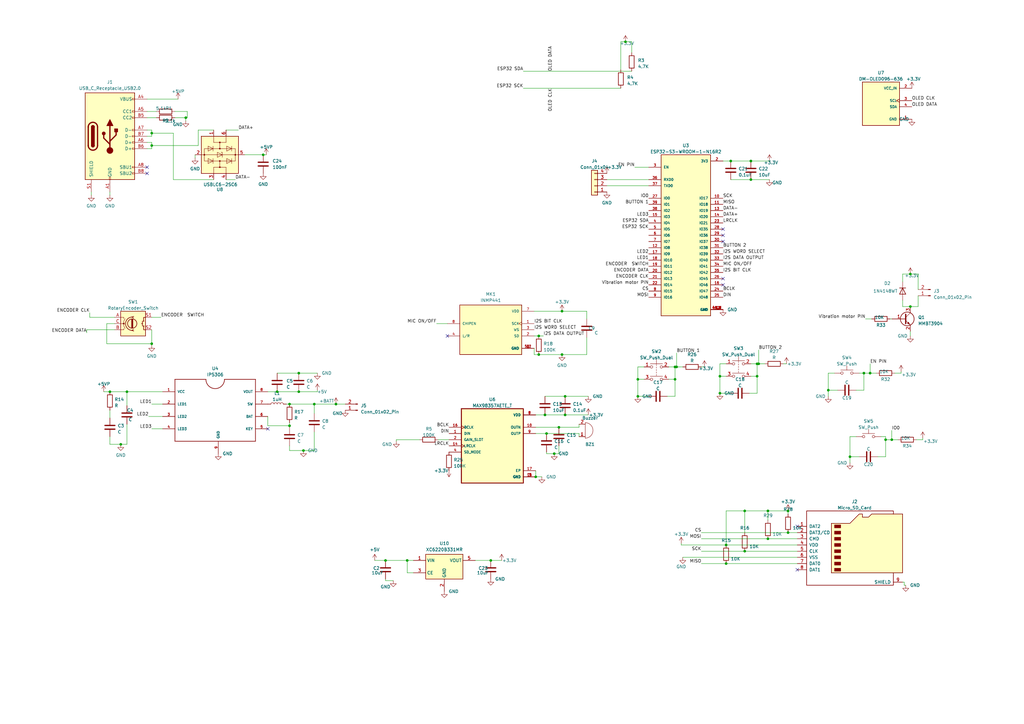
<source format=kicad_sch>
(kicad_sch (version 20250114) (generator "eeschema") (generator_version "9.0")
  (paper "A3")
  (junction (at 256.54 17.145))
  (junction (at 373.38 112.395))
  (junction (at 128.905 165.735))
  (junction (at 276.86 150.495))
  (junction (at 307.975 66.04))
  (junction (at 261.62 162.56))
  (junction (at 158.115 229.87))
  (junction (at 299.72 66.04))
  (junction (at 118.745 174.625))
  (junction (at 220.98 137.795))
  (junction (at 62.23 59.69))
  (junction (at 230.505 145.415))
  (junction (at 62.23 54.61))
  (junction (at 219.71 195.58))
  (junction (at 201.295 229.87))
  (junction (at 348.615 187.325))
  (junction (at 323.215 209.55))
  (junction (at 365.76 180.34))
  (junction (at 310.515 154.305))
  (junction (at 310.515 149.225))
  (junction (at 231.775 162.56))
  (junction (at 305.435 226.06))
  (junction (at 229.235 175.26))
  (junction (at 297.815 231.14))
  (junction (at 224.155 177.8))
  (junction (at 295.275 154.305))
  (junction (at 113.665 160.655))
  (junction (at 277.495 150.495))
  (junction (at 231.775 170.18))
  (junction (at 276.86 155.575))
  (junction (at 62.23 140.97))
  (junction (at 261.62 155.575))
  (junction (at 305.435 209.55))
  (junction (at 122.555 160.655))
  (junction (at 297.815 223.52))
  (junction (at 124.46 184.785))
  (junction (at 373.38 125.73))
  (junction (at 356.87 153.035))
  (junction (at 311.15 149.225))
  (junction (at 45.085 160.655))
  (junction (at 227.33 186.055))
  (junction (at 230.505 127.635))
  (junction (at 307.975 73.66))
  (junction (at 220.98 145.415))
  (junction (at 76.2 48.26))
  (junction (at 122.555 153.035))
  (junction (at 137.795 165.735))
  (junction (at 354.33 153.035))
  (junction (at 49.53 182.245))
  (junction (at 339.725 160.02))
  (junction (at 118.745 165.735))
  (junction (at 323.215 218.44))
  (junction (at 314.96 220.98))
  (junction (at 295.275 161.29))
  (junction (at 107.95 63.5))
  (junction (at 363.22 180.34))
  (junction (at 223.52 170.18))
  (junction (at 314.96 209.55))
  (junction (at 52.07 160.655))
  (junction (at 167.005 229.87))
  (no_connect (at 296.545 114.3))
  (no_connect (at 296.545 96.52))
  (no_connect (at 296.545 99.06))
  (no_connect (at 60.325 68.58))
  (no_connect (at 109.855 175.895))
  (no_connect (at 296.545 93.98))
  (no_connect (at 327.025 215.9))
  (no_connect (at 60.325 71.12))
  (no_connect (at 327.025 233.68))
  (no_connect (at 183.515 137.795))
  (no_connect (at 296.545 116.84))
  (wire (pts (xy 60.325 58.42) (xy 62.23 58.42)))
  (wire (pts (xy 117.475 165.735) (xy 118.745 165.735)))
  (wire (pts (xy 35.56 135.255) (xy 46.99 135.255)))
  (wire (pts (xy 109.855 160.655) (xy 113.665 160.655)))
  (wire (pts (xy 214.63 36.195) (xy 254.635 36.195)))
  (wire (pts (xy 224.155 185.42) (xy 224.155 186.055)))
  (wire (pts (xy 261.62 155.575) (xy 264.16 155.575)))
  (wire (pts (xy 240.665 127.635) (xy 240.665 130.81)))
  (wire (pts (xy 256.54 17.145) (xy 259.08 17.145)))
  (wire (pts (xy 231.775 162.56) (xy 241.3 162.56)))
  (wire (pts (xy 363.22 187.325) (xy 363.22 180.34)))
  (wire (pts (xy 219.075 145.415) (xy 220.98 145.415)))
  (wire (pts (xy 371.475 240.03) (xy 370.84 240.03)))
  (wire (pts (xy 37.465 78.74) (xy 37.465 80.01)))
  (wire (pts (xy 137.795 165.735) (xy 141.605 165.735)))
  (wire (pts (xy 248.92 76.2) (xy 266.065 76.2)))
  (wire (pts (xy 351.155 160.02) (xy 354.33 160.02)))
  (wire (pts (xy 45.085 78.74) (xy 45.085 80.01)))
  (wire (pts (xy 237.49 173.99) (xy 237.49 175.26)))
  (wire (pts (xy 76.2 48.26) (xy 76.835 48.26)))
  (wire (pts (xy 351.155 179.07) (xy 348.615 179.07)))
  (wire (pts (xy 261.62 155.575) (xy 261.62 150.495)))
  (wire (pts (xy 254.635 28.575) (xy 254.635 17.145)))
  (wire (pts (xy 287.655 226.06) (xy 305.435 226.06)))
  (wire (pts (xy 276.86 155.575) (xy 276.86 162.56)))
  (wire (pts (xy 310.515 149.225) (xy 310.515 154.305)))
  (wire (pts (xy 229.235 186.055) (xy 229.235 182.88)))
  (wire (pts (xy 311.15 143.51) (xy 311.15 149.225)))
  (wire (pts (xy 224.155 186.055) (xy 227.33 186.055)))
  (wire (pts (xy 295.275 161.29) (xy 295.275 154.305)))
  (wire (pts (xy 237.49 177.8) (xy 237.49 179.07)))
  (wire (pts (xy 52.07 182.245) (xy 52.07 173.99)))
  (wire (pts (xy 260.35 68.58) (xy 266.065 68.58)))
  (wire (pts (xy 45.085 179.07) (xy 45.085 182.245)))
  (wire (pts (xy 153.67 229.87) (xy 158.115 229.87)))
  (wire (pts (xy 274.32 150.495) (xy 276.86 150.495)))
  (wire (pts (xy 227.33 186.055) (xy 229.235 186.055)))
  (wire (pts (xy 295.275 154.305) (xy 297.815 154.305)))
  (wire (pts (xy 297.815 223.52) (xy 297.815 209.55)))
  (wire (pts (xy 113.665 160.655) (xy 122.555 160.655)))
  (wire (pts (xy 66.04 130.175) (xy 62.23 130.175)))
  (wire (pts (xy 118.745 182.88) (xy 118.745 184.785)))
  (wire (pts (xy 109.855 170.815) (xy 109.855 174.625)))
  (wire (pts (xy 297.815 223.52) (xy 327.025 223.52)))
  (wire (pts (xy 297.815 231.14) (xy 327.025 231.14)))
  (wire (pts (xy 36.83 130.175) (xy 46.99 130.175)))
  (wire (pts (xy 49.53 182.245) (xy 52.07 182.245)))
  (wire (pts (xy 354.33 153.035) (xy 356.87 153.035)))
  (wire (pts (xy 71.12 73.66) (xy 71.12 54.61)))
  (wire (pts (xy 370.205 115.57) (xy 370.205 112.395)))
  (wire (pts (xy 219.71 177.8) (xy 224.155 177.8)))
  (wire (pts (xy 128.905 165.735) (xy 137.795 165.735)))
  (wire (pts (xy 370.205 125.73) (xy 373.38 125.73)))
  (wire (pts (xy 273.685 162.56) (xy 276.86 162.56)))
  (wire (pts (xy 261.62 162.56) (xy 261.62 155.575)))
  (wire (pts (xy 128.905 165.735) (xy 128.905 169.545)))
  (wire (pts (xy 307.975 66.04) (xy 315.595 66.04)))
  (wire (pts (xy 194.945 229.87) (xy 201.295 229.87)))
  (wire (pts (xy 167.005 229.87) (xy 169.545 229.87)))
  (wire (pts (xy 296.545 66.04) (xy 299.72 66.04)))
  (wire (pts (xy 222.885 137.795) (xy 220.98 137.795)))
  (wire (pts (xy 307.975 154.305) (xy 310.515 154.305)))
  (wire (pts (xy 46.99 132.715) (xy 43.815 132.715)))
  (wire (pts (xy 305.435 218.44) (xy 305.435 209.55)))
  (wire (pts (xy 230.505 127.635) (xy 240.665 127.635)))
  (wire (pts (xy 220.98 137.795) (xy 219.075 137.795)))
  (wire (pts (xy 100.33 63.5) (xy 107.95 63.5)))
  (wire (pts (xy 60.325 45.72) (xy 64.135 45.72)))
  (wire (pts (xy 365.76 176.53) (xy 365.76 180.34)))
  (wire (pts (xy 314.96 209.55) (xy 314.96 213.36)))
  (wire (pts (xy 179.07 132.715) (xy 183.515 132.715)))
  (wire (pts (xy 254.635 17.145) (xy 256.54 17.145)))
  (wire (pts (xy 314.96 209.55) (xy 323.215 209.55)))
  (wire (pts (xy 201.295 229.87) (xy 205.74 229.87)))
  (wire (pts (xy 52.07 160.655) (xy 52.07 166.37)))
  (wire (pts (xy 158.115 237.49) (xy 158.115 238.125)))
  (wire (pts (xy 361.315 179.07) (xy 363.22 179.07)))
  (wire (pts (xy 219.075 127.635) (xy 230.505 127.635)))
  (wire (pts (xy 307.34 161.29) (xy 310.515 161.29)))
  (wire (pts (xy 223.52 162.56) (xy 231.775 162.56)))
  (wire (pts (xy 259.08 17.145) (xy 259.08 21.59)))
  (wire (pts (xy 214.63 29.21) (xy 259.08 29.21)))
  (wire (pts (xy 76.2 48.26) (xy 76.2 49.53)))
  (wire (pts (xy 295.275 149.225) (xy 297.815 149.225)))
  (wire (pts (xy 36.83 128.27) (xy 36.83 130.175)))
  (wire (pts (xy 118.745 173.355) (xy 118.745 174.625)))
  (wire (pts (xy 342.265 153.035) (xy 339.725 153.035)))
  (wire (pts (xy 35.56 136.525) (xy 35.56 135.255)))
  (wire (pts (xy 219.71 195.58) (xy 222.25 195.58)))
  (wire (pts (xy 299.72 73.66) (xy 307.975 73.66)))
  (wire (pts (xy 231.775 170.18) (xy 241.3 170.18)))
  (wire (pts (xy 62.23 58.42) (xy 62.23 59.69)))
  (wire (pts (xy 219.71 175.26) (xy 229.235 175.26)))
  (wire (pts (xy 87.63 53.34) (xy 81.28 53.34)))
  (wire (pts (xy 365.76 180.34) (xy 368.3 180.34)))
  (wire (pts (xy 113.665 153.035) (xy 122.555 153.035)))
  (wire (pts (xy 378.46 180.34) (xy 375.92 180.34)))
  (wire (pts (xy 128.905 184.785) (xy 128.905 177.165)))
  (wire (pts (xy 378.46 179.705) (xy 378.46 180.34)))
  (wire (pts (xy 219.71 170.18) (xy 223.52 170.18)))
  (wire (pts (xy 287.655 150.495) (xy 288.925 150.495)))
  (wire (pts (xy 323.215 218.44) (xy 327.025 218.44)))
  (wire (pts (xy 323.215 209.55) (xy 323.215 210.82)))
  (wire (pts (xy 321.31 149.225) (xy 322.58 149.225)))
  (wire (pts (xy 62.23 59.69) (xy 62.23 60.96)))
  (wire (pts (xy 376.555 112.395) (xy 376.555 118.745)))
  (wire (pts (xy 363.22 179.07) (xy 363.22 180.34)))
  (wire (pts (xy 376.555 125.73) (xy 376.555 121.285)))
  (wire (pts (xy 310.515 149.225) (xy 311.15 149.225)))
  (wire (pts (xy 370.205 112.395) (xy 373.38 112.395)))
  (wire (pts (xy 62.23 54.61) (xy 71.12 54.61)))
  (wire (pts (xy 87.63 73.66) (xy 71.12 73.66)))
  (wire (pts (xy 365.125 130.81) (xy 365.76 130.81)))
  (wire (pts (xy 62.23 55.88) (xy 60.325 55.88)))
  (wire (pts (xy 240.665 145.415) (xy 240.665 138.43)))
  (wire (pts (xy 167.005 234.95) (xy 167.005 229.87)))
  (wire (pts (xy 43.815 132.715) (xy 43.815 140.97)))
  (wire (pts (xy 352.425 187.325) (xy 348.615 187.325)))
  (wire (pts (xy 80.01 63.5) (xy 80.01 64.77)))
  (wire (pts (xy 169.545 234.95) (xy 167.005 234.95)))
  (wire (pts (xy 219.71 193.04) (xy 219.71 195.58)))
  (wire (pts (xy 62.23 165.735) (xy 66.675 165.735)))
  (wire (pts (xy 356.87 149.225) (xy 356.87 153.035)))
  (wire (pts (xy 118.745 184.785) (xy 124.46 184.785)))
  (wire (pts (xy 343.535 160.02) (xy 339.725 160.02)))
  (wire (pts (xy 369.57 152.4) (xy 369.57 153.035)))
  (wire (pts (xy 310.515 154.305) (xy 310.515 161.29)))
  (wire (pts (xy 45.085 160.655) (xy 52.07 160.655)))
  (wire (pts (xy 109.855 174.625) (xy 118.745 174.625)))
  (wire (pts (xy 62.23 54.61) (xy 62.23 55.88)))
  (wire (pts (xy 287.655 220.98) (xy 314.96 220.98)))
  (wire (pts (xy 52.07 160.655) (xy 66.675 160.655)))
  (wire (pts (xy 229.235 175.26) (xy 237.49 175.26)))
  (wire (pts (xy 280.035 228.6) (xy 327.025 228.6)))
  (wire (pts (xy 279.4 223.52) (xy 297.815 223.52)))
  (wire (pts (xy 287.655 218.44) (xy 323.215 218.44)))
  (wire (pts (xy 118.745 174.625) (xy 118.745 175.26)))
  (wire (pts (xy 370.84 240.03) (xy 370.84 238.76)))
  (wire (pts (xy 279.4 222.885) (xy 279.4 223.52)))
  (wire (pts (xy 130.175 160.655) (xy 130.175 160.02)))
  (wire (pts (xy 43.815 140.97) (xy 62.23 140.97)))
  (wire (pts (xy 220.98 145.415) (xy 230.505 145.415)))
  (wire (pts (xy 62.23 140.97) (xy 62.23 141.605)))
  (wire (pts (xy 124.46 184.785) (xy 128.905 184.785)))
  (wire (pts (xy 348.615 189.865) (xy 348.615 187.325)))
  (wire (pts (xy 184.15 180.34) (xy 179.705 180.34)))
  (wire (pts (xy 62.23 59.69) (xy 81.28 59.69)))
  (wire (pts (xy 305.435 226.06) (xy 327.025 226.06)))
  (wire (pts (xy 42.545 160.655) (xy 45.085 160.655)))
  (wire (pts (xy 122.555 160.655) (xy 130.175 160.655)))
  (wire (pts (xy 299.72 66.04) (xy 307.975 66.04)))
  (wire (pts (xy 360.045 187.325) (xy 363.22 187.325)))
  (wire (pts (xy 224.155 177.8) (xy 237.49 177.8)))
  (wire (pts (xy 314.96 220.98) (xy 327.025 220.98)))
  (wire (pts (xy 92.71 73.66) (xy 96.52 73.66)))
  (wire (pts (xy 305.435 209.55) (xy 314.96 209.55)))
  (wire (pts (xy 363.22 180.34) (xy 365.76 180.34)))
  (wire (pts (xy 62.23 135.255) (xy 62.23 140.97)))
  (wire (pts (xy 45.085 168.275) (xy 45.085 171.45)))
  (wire (pts (xy 354.33 160.02) (xy 354.33 153.035)))
  (wire (pts (xy 297.815 209.55) (xy 305.435 209.55)))
  (wire (pts (xy 373.38 112.395) (xy 376.555 112.395)))
  (wire (pts (xy 295.275 161.29) (xy 299.72 161.29)))
  (wire (pts (xy 81.28 53.34) (xy 81.28 59.69)))
  (wire (pts (xy 172.085 180.34) (xy 162.56 180.34)))
  (wire (pts (xy 162.56 180.34) (xy 162.56 180.975)))
  (wire (pts (xy 354.965 130.81) (xy 357.505 130.81)))
  (wire (pts (xy 348.615 179.07) (xy 348.615 187.325)))
  (wire (pts (xy 370.84 238.76) (xy 370.205 238.76)))
  (wire (pts (xy 261.62 162.56) (xy 266.065 162.56)))
  (wire (pts (xy 223.52 170.18) (xy 231.775 170.18)))
  (wire (pts (xy 62.23 175.895) (xy 66.675 175.895)))
  (wire (pts (xy 71.755 48.26) (xy 76.2 48.26)))
  (wire (pts (xy 76.835 48.26) (xy 76.835 45.72)))
  (wire (pts (xy 339.725 153.035) (xy 339.725 160.02)))
  (wire (pts (xy 45.085 182.245) (xy 49.53 182.245)))
  (wire (pts (xy 307.975 73.66) (xy 315.595 73.66)))
  (wire (pts (xy 118.745 165.735) (xy 128.905 165.735)))
  (wire (pts (xy 261.62 150.495) (xy 264.16 150.495)))
  (wire (pts (xy 219.075 145.415) (xy 219.075 142.875)))
  (wire (pts (xy 122.555 153.035) (xy 130.175 153.035)))
  (wire (pts (xy 295.275 154.305) (xy 295.275 149.225)))
  (wire (pts (xy 370.205 123.19) (xy 370.205 125.73)))
  (wire (pts (xy 373.38 125.73) (xy 376.555 125.73)))
  (wire (pts (xy 277.495 144.78) (xy 277.495 150.495)))
  (wire (pts (xy 158.115 229.87) (xy 167.005 229.87)))
  (wire (pts (xy 276.86 150.495) (xy 277.495 150.495)))
  (wire (pts (xy 76.835 45.72) (xy 71.755 45.72)))
  (wire (pts (xy 311.15 149.225) (xy 313.69 149.225)))
  (wire (pts (xy 107.95 63.5) (xy 109.22 63.5)))
  (wire (pts (xy 307.975 149.225) (xy 310.515 149.225)))
  (wire (pts (xy 60.325 40.64) (xy 73.025 40.64)))
  (wire (pts (xy 369.57 153.035) (xy 367.03 153.035)))
  (wire (pts (xy 92.71 53.34) (xy 97.79 53.34)))
  (wire (pts (xy 248.92 73.66) (xy 266.065 73.66)))
  (wire (pts (xy 352.425 153.035) (xy 354.33 153.035)))
  (wire (pts (xy 60.96 170.815) (xy 66.675 170.815)))
  (wire (pts (xy 277.495 150.495) (xy 280.035 150.495)))
  (wire (pts (xy 158.115 238.125) (xy 161.29 238.125)))
  (wire (pts (xy 62.23 53.34) (xy 62.23 54.61)))
  (wire (pts (xy 356.87 153.035) (xy 359.41 153.035)))
  (wire (pts (xy 339.725 162.56) (xy 339.725 160.02)))
  (wire (pts (xy 60.325 60.96) (xy 62.23 60.96)))
  (wire (pts (xy 373.38 135.89) (xy 373.38 137.795)))
  (wire (pts (xy 276.86 150.495) (xy 276.86 155.575)))
  (wire (pts (xy 230.505 145.415) (xy 240.665 145.415)))
  (wire (pts (xy 287.655 231.14) (xy 297.815 231.14)))
  (wire (pts (xy 274.32 155.575) (xy 276.86 155.575)))
  (wire (pts (xy 60.325 48.26) (xy 64.135 48.26)))
  (wire (pts (xy 60.325 53.34) (xy 62.23 53.34)))
  (label "MISO" (at 287.655 231.14 180))
  (label "LRCLK" (at 296.545 91.44 0))
  (label "LED3" (at 266.065 88.9 180))
  (label "EN PIN" (at 356.87 149.225 0))
  (label "DATA+" (at 97.79 53.34 0))
  (label "LED1" (at 266.065 106.68 180))
  (label "LRCLK" (at 184.15 182.88 180))
  (label "I2S BIT CLK" (at 296.545 111.76 0))
  (label "I2S BIT CLK" (at 219.075 132.715 0))
  (label "EN PIN" (at 260.35 68.58 180))
  (label "DATA-" (at 296.545 86.36 0))
  (label "SCK" (at 287.655 226.06 180))
  (label "ESP32 SDA" (at 214.63 29.21 180))
  (label "MOSI" (at 287.655 220.98 180))
  (label "IO0" (at 266.065 81.28 180))
  (label "DIN" (at 184.15 177.8 180))
  (label "CS" (at 287.655 218.44 180))
  (label "BUTTON 1" (at 277.495 144.78 0))
  (label "BUTTON 1" (at 266.065 83.82 180))
  (label "I2S DATA OUTPUT" (at 222.885 137.795 0))
  (label "BUTTON 2" (at 296.545 101.6 0))
  (label "MOSI" (at 266.065 121.92 180))
  (label "LED2" (at 60.96 170.815 180))
  (label "ESP32 SCK" (at 266.065 93.98 180))
  (label "OLED DATA" (at 226.695 29.21 90))
  (label "LED1" (at 62.23 165.735 180))
  (label "LED3" (at 62.23 175.895 180))
  (label "Vibration motor PIN" (at 354.965 130.81 180))
  (label "LED2" (at 266.065 104.14 180))
  (label "BCLK" (at 296.545 119.38 0))
  (label "MIC ON{slash}OFF" (at 179.07 132.715 180))
  (label "I2S WORD SELECT " (at 296.545 104.14 0))
  (label "BCLK" (at 184.15 175.26 180))
  (label "DIN" (at 296.545 121.92 0))
  (label "ENCODER  SWITCH" (at 266.065 109.22 180))
  (label "IO0" (at 365.76 176.53 0))
  (label "ESP32 SCK" (at 214.63 36.195 180))
  (label "OLED DATA" (at 374.015 43.815 0))
  (label "ENCODER DATA" (at 266.065 111.76 180))
  (label "ENCODER  SWITCH" (at 66.04 130.175 0))
  (label "BUTTON 2" (at 311.15 143.51 0))
  (label "I2S WORD SELECT " (at 219.075 135.255 0))
  (label "ENCODER CLK" (at 266.065 114.3 180))
  (label "MIC ON{slash}OFF" (at 296.545 109.22 0))
  (label "OLED CLK" (at 374.015 41.275 0))
  (label "ENCODER CLK" (at 36.83 128.27 180))
  (label "DATA+" (at 296.545 88.9 0))
  (label "I2S DATA OUTPUT" (at 296.545 106.68 0))
  (label "ESP32 SDA" (at 266.065 91.44 180))
  (label "Vibration motor PIN" (at 266.065 116.84 180))
  (label "DATA-" (at 96.52 73.66 0))
  (label "MISO" (at 296.545 83.82 0))
  (label "CS" (at 266.065 119.38 180))
  (label "OLED CLK" (at 226.695 36.195 270))
  (label "ENCODER DATA" (at 35.56 136.525 180))
  (label "SCK" (at 296.545 81.28 0))
  (symbol (lib_id "Device:R") (at 305.435 222.25 180) (unit 1)
    (property "Reference" "R16" (at 303.53 216.535 0) (effects (justify right)))
    (property "Value" "10K" (at 307.34 224.155 0) (effects (justify right)))
    (property "Footprint" "Resistor_SMD:R_0805_2012Metric_Pad1.20x1.40mm_HandSolder" (effects (hide yes)))
  )
  (symbol (lib_id "power:GND") (at 62.23 141.605 0) (unit 1)
    (property "Reference" "#PWR014" (effects (hide yes)))
    (property "Value" "GND" (at 62.23 146.05 0))
  )
  (symbol (lib_id "power:GND") (at 227.33 186.055 0) (unit 1)
    (property "Reference" "#PWR040" (effects (hide yes)))
    (property "Value" "GND" (at 231.14 186.055 0))
  )
  (symbol (lib_id "power:+3.3V") (at 248.92 71.12 0) (unit 1)
    (property "Reference" "#PWR062" (effects (hide yes)))
    (property "Value" "+3.3V" (at 252.095 68.58 0))
  )
  (symbol (lib_id "power:+3.3V") (at 241.3 170.18 0) (unit 1)
    (property "Reference" "#PWR045" (effects (hide yes)))
    (property "Value" "+3.3V" (at 244.475 170.18 0))
  )
  (symbol (lib_id "Device:R") (at 297.815 227.33 180) (unit 1)
    (property "Reference" "R15" (at 295.91 221.615 0) (effects (justify right)))
    (property "Value" "10K" (at 299.72 229.235 0) (effects (justify right)))
    (property "Footprint" "Resistor_SMD:R_0805_2012Metric_Pad1.20x1.40mm_HandSolder" (effects (hide yes)))
  )
  (symbol (lib_id "Device:R") (at 67.945 48.26 90) (unit 1)
    (property "Reference" "R2" (at 67.945 49.53 90))
    (property "Value" "5.1k" (at 69.85 49.53 90))
    (property "Footprint" "Resistor_SMD:R_0805_2012Metric_Pad1.20x1.40mm_HandSolder" (effects (hide yes)))
  )
  (symbol (lib_id "Device:Buzzer") (at 240.03 176.53 0) (mirror x) (unit 1)
    (property "Reference" "BZ1" (at 240.03 182.245 0) (effects (justify left)))
    (property "Value" "Buzzer" (at 238.76 171.45 0) (effects (justify left)))
    (property "Footprint" "Buzzer-5mm-SMT:CUI_CSS-0575A-SMT" (effects (hide yes)))
  )
  (symbol (lib_id "power:GND") (at 261.62 162.56 0) (unit 1)
    (property "Reference" "#PWR044" (effects (hide yes)))
    (property "Value" "GND" (at 265.43 162.56 0))
  )
  (symbol (lib_id "Device:C") (at 240.665 134.62 0) (unit 1)
    (property "Reference" "C9" (at 241.3 134.62 0) (effects (justify left)))
    (property "Value" "C" (at 243.84 136.525 0) (effects (justify left)))
    (property "Footprint" "Capacitor_SMD:C_0805_2012Metric_Pad1.18x1.45mm_HandSolder" (effects (hide yes)))
  )
  (symbol (lib_id "power:GND") (at 201.295 237.49 0) (unit 1)
    (property "Reference" "#PWR010" (effects (hide yes)))
    (property "Value" "GND" (at 205.105 237.49 0))
  )
  (symbol (lib_id "Power_Protection:USBLC6-2SC6") (at 90.17 63.5 270) (unit 1)
    (property "Reference" "U8" (at 90.17 77.724 90))
    (property "Value" "USBLC6-2SC6" (at 90.424 75.692 90))
    (property "Footprint" "Package_TO_SOT_SMD:SOT-23-6_Handsoldering" (effects (hide yes)))
    (property "Datasheet" "https://www.st.com/resource/en/datasheet/usblc6-2.pdf" (effects (hide yes)))
  )
  (symbol (lib_id "Device:R") (at 283.845 150.495 270) (unit 1)
    (property "Reference" "R26" (at 283.845 145.415 90))
    (property "Value" "R" (at 283.845 147.955 90))
    (property "Footprint" "Resistor_SMD:R_0805_2012Metric_Pad1.20x1.40mm_HandSolder" (effects (hide yes)))
  )
  (symbol (lib_id "power:+5V") (at 153.67 229.87 0) (unit 1)
    (property "Reference" "#PWR06" (effects (hide yes)))
    (property "Value" "+5V" (at 153.67 225.425 0))
  )
  (symbol (lib_id "power:+3.3V") (at 322.58 149.225 0) (unit 1)
    (property "Reference" "#PWR048" (effects (hide yes)))
    (property "Value" "+3.3V" (at 325.755 149.225 0))
  )
  (symbol (lib_id "Device:C") (at 303.53 161.29 90) (unit 1)
    (property "Reference" "C18" (at 303.53 155.575 90))
    (property "Value" "C" (at 303.53 158.115 90))
    (property "Footprint" "Capacitor_SMD:C_0805_2012Metric_Pad1.18x1.45mm_HandSolder" (effects (hide yes)))
  )
  (symbol (lib_id "power:+3.3V") (at 230.505 127.635 0) (unit 1)
    (property "Reference" "#PWR028" (effects (hide yes)))
    (property "Value" "+3.3V" (at 230.505 123.825 0))
  )
  (symbol (lib_id "power:GND") (at 280.035 228.6 0) (unit 1)
    (property "Reference" "#PWR042" (effects (hide yes)))
    (property "Value" "GND" (at 279.4 232.41 0))
  )
  (symbol (lib_id "power:+5VP") (at 109.22 63.5 0) (unit 1)
    (property "Reference" "#PWR066" (effects (hide yes)))
    (property "Value" "+5VP" (at 109.22 60.325 0))
  )
  (symbol (lib_id "Device:C") (at 299.72 69.85 180) (unit 1)
    (property "Reference" "C21" (at 302.895 69.215 0) (effects (justify right)))
    (property "Value" "0.1uF" (at 302.895 71.755 0) (effects (justify right)))
    (property "Footprint" "Capacitor_SMD:C_0805_2012Metric_Pad1.18x1.45mm_HandSolder" (effects (hide yes)))
  )
  (symbol (lib_id "power:GND") (at 295.275 161.29 0) (unit 1)
    (property "Reference" "#PWR049" (effects (hide yes)))
    (property "Value" "GND" (at 299.085 161.29 0))
  )
  (symbol (lib_id "power:+3.3V") (at 184.15 193.04 180) (unit 1)
    (property "Reference" "#PWR012" (effects (hide yes)))
    (property "Value" "+3.3V" (at 180.975 193.04 0))
  )
  (symbol (lib_id "power:GND") (at 241.3 162.56 0) (unit 1)
    (property "Reference" "#PWR046" (effects (hide yes)))
    (property "Value" "GND" (at 245.11 162.56 0))
  )
  (symbol (lib_id "Device:R") (at 363.22 153.035 270) (unit 1)
    (property "Reference" "R32" (at 363.22 155.575 90))
    (property "Value" "10K" (at 362.585 152.4 90))
    (property "Footprint" "Resistor_SMD:R_0805_2012Metric_Pad1.20x1.40mm_HandSolder" (effects (hide yes)))
  )
  (symbol (lib_id "Device:C") (at 122.555 156.845 0) (unit 1)
    (property "Reference" "C6" (at 125.73 156.21 0) (effects (justify left)))
    (property "Value" "C" (at 125.73 158.75 0) (effects (justify left)))
    (property "Footprint" "Capacitor_SMD:C_0805_2012Metric_Pad1.18x1.45mm_HandSolder" (effects (hide yes)))
  )
  (symbol (lib_id "Device:R") (at 317.5 149.225 270) (unit 1)
    (property "Reference" "R27" (at 317.5 144.145 90))
    (property "Value" "R" (at 317.5 146.685 90))
    (property "Footprint" "Resistor_SMD:R_0805_2012Metric_Pad1.20x1.40mm_HandSolder" (effects (hide yes)))
  )
  (symbol (lib_id "power:+3.3V") (at 369.57 152.4 0) (unit 1)
    (property "Reference" "#PWR052" (effects (hide yes)))
    (property "Value" "+3.3V" (at 372.745 153.67 0))
  )
  (symbol (lib_id "power:+3.3V") (at 256.54 17.145 0) (unit 1)
    (property "Reference" "#PWR011" (effects (hide yes)))
    (property "Value" "+3.3V" (at 257.175 17.78 0))
  )
  (symbol (lib_id "Switch:SW_Push") (at 347.345 153.035 0) (unit 1)
    (property "Reference" "SW4" (at 347.345 146.685 0))
    (property "Value" "SW_Push" (at 347.345 149.225 0))
    (property "Footprint" "Button_Switch_SMD:SW_Push_SPST_NO_Alps_SKRK" (effects (hide yes)))
  )
  (symbol (lib_id "Device:R") (at 254.635 32.385 0) (unit 1)
    (property "Reference" "R4" (at 257.175 31.75 0) (effects (justify left)))
    (property "Value" "4.7K" (at 257.175 34.29 0) (effects (justify left)))
    (property "Footprint" "Resistor_SMD:R_0805_2012Metric_Pad1.20x1.40mm_HandSolder" (effects (hide yes)))
  )
  (symbol (lib_id "Device:R") (at 323.215 214.63 180) (unit 1)
    (property "Reference" "R28" (at 321.31 208.915 0) (effects (justify right)))
    (property "Value" "10K" (at 325.12 216.535 0) (effects (justify right)))
    (property "Footprint" "Resistor_SMD:R_0805_2012Metric_Pad1.20x1.40mm_HandSolder" (effects (hide yes)))
  )
  (symbol (lib_id "power:GND") (at 89.535 186.055 0) (unit 1)
    (property "Reference" "#PWR055" (effects (hide yes)))
    (property "Value" "GND" (at 93.345 186.055 0))
  )
  (symbol (lib_id "power:+3.3V") (at 374.015 36.195 0) (unit 1)
    (property "Reference" "#PWR056" (effects (hide yes)))
    (property "Value" "+3.3V" (at 374.65 32.385 0))
  )
  (symbol (lib_id "power:GND") (at 45.085 80.01 0) (unit 1)
    (property "Reference" "#PWR01" (effects (hide yes)))
    (property "Value" "GND" (at 45.085 84.455 0))
  )
  (symbol (lib_id "Device:C") (at 269.875 162.56 90) (unit 1)
    (property "Reference" "C17" (at 269.875 156.845 90))
    (property "Value" "C" (at 269.875 159.385 90))
    (property "Footprint" "Capacitor_SMD:C_0805_2012Metric_Pad1.18x1.45mm_HandSolder" (effects (hide yes)))
  )
  (symbol (lib_id "Transistor_BJT:MMBT3904") (at 370.84 130.81 0) (unit 1)
    (property "Reference" "Q1" (at 376.555 130.175 0) (effects (justify left)))
    (property "Value" "MMBT3904" (at 376.555 132.715 0) (effects (justify left)))
    (property "Footprint" "Package_TO_SOT_SMD:SOT-23" (effects (hide yes)))
    (property "Datasheet" "https://www.onsemi.com/pub/Collateral/2N3903-D.PDF" (effects (hide yes)))
  )
  (symbol (lib_id "Connector:Conn_01x02_Pin") (at 146.685 168.275 180) (unit 1)
    (property "Reference" "J5" (at 147.955 166.37 0) (effects (justify right)))
    (property "Value" "Conn_01x02_Pin" (at 147.955 168.91 0) (effects (justify right)))
    (property "Footprint" "Connector_PinHeader_2.54mm:PinHeader_1x02_P2.54mm_Vertical" (effects (hide yes)))
  )
  (symbol (lib_id "MAX98357AETE_T:MAX98357AETE_T") (at 201.93 182.88 0) (unit 1)
    (property "Reference" "U6" (at 201.93 163.83 0))
    (property "Value" "MAX98357AETE_T" (at 201.93 166.37 0))
    (property "Footprint" "MAX98357AETE_T:QFN50P300X300X80-17N" (effects (hide yes)))
    (property "Description" "Tiny, Low-Cost, PCM Class D Amplifier with Class AB Performance" (effects (hide yes)))
    (property "MF" "Analog Devices" (effects (hide yes)))
    (property "Package" "TQFN-16 Maxim" (effects (hide yes)))
    (property "Price" "None" (effects (hide yes)))
    (property "SnapEDA_Link" "https://www.snapeda.com/parts/MAX98357AETE+T/Analog+Devices/view-part/?ref=snap" (effects (hide yes)))
    (property "MP" "MAX98357AETE+T" (effects (hide yes)))
    (property "Availability" "In Stock" (effects (hide yes)))
    (property "Check_prices" "https://www.snapeda.com/parts/MAX98357AETE+T/Analog+Devices/view-part/?ref=eda" (effects (hide yes)))
  )
  (symbol (lib_id "Connector:Micro_SD_Card") (at 349.885 223.52 0) (unit 1)
    (property "Reference" "J2" (at 350.52 205.74 0))
    (property "Value" "Micro_SD_Card" (at 350.52 208.28 0))
    (property "Footprint" "MICRO SD forum:J_SD_Card-micro_socket_A" (effects (hide yes)))
    (property "Datasheet" "http://katalog.we-online.de/em/datasheet/693072010801.pdf" (effects (hide yes)))
  )
  (symbol (lib_id "Device:C") (at 118.745 179.07 0) (unit 1)
    (property "Reference" "C7" (at 121.92 178.435 0) (effects (justify left)))
    (property "Value" "C" (at 121.92 180.975 0) (effects (justify left)))
    (property "Footprint" "Capacitor_SMD:C_0805_2012Metric_Pad1.18x1.45mm_HandSolder" (effects (hide yes)))
  )
  (symbol (lib_id "power:GND") (at 182.245 242.57 0) (unit 1)
    (property "Reference" "#PWR08" (effects (hide yes)))
    (property "Value" "GND" (at 186.055 242.57 0))
  )
  (symbol (lib_id "power:GND") (at 124.46 184.785 0) (unit 1)
    (property "Reference" "#PWR027" (effects (hide yes)))
    (property "Value" "GND" (at 128.27 184.785 0))
  )
  (symbol (lib_id "power:GND") (at 339.725 162.56 0) (unit 1)
    (property "Reference" "#PWR051" (effects (hide yes)))
    (property "Value" "GND" (at 336.55 162.56 0))
  )
  (symbol (lib_id "power:GND") (at 374.015 48.895 0) (unit 1)
    (property "Reference" "#PWR057" (effects (hide yes)))
    (property "Value" "GND" (at 370.84 48.895 0))
  )
  (symbol (lib_id "IP5306:IP5306") (at 71.755 180.975 0) (unit 1)
    (property "Reference" "U4" (at 88.265 151.13 0))
    (property "Value" "IP5306" (at 88.265 153.67 0))
    (property "Footprint" "IP5306:SOIC9P127_490X600X170L84X42T330X241N" (effects (hide yes)))
    (property "Datasheet" "https://www.laskakit.cz/user/related_files/ip5306.pdf" (effects (hide yes)))
    (property "Description" "Fully-Integrated Power Bank System-On-Chip with 2.1A charger, 2.4A discharger" (effects (hide yes)))
    (property "MF" "Injoinic" (effects (hide yes)))
    (property "Package" "None" (effects (hide yes)))
    (property "Price" "None" (effects (hide yes)))
    (property "SnapEDA_Link" "https://www.snapeda.com/parts/IP5306/Injoinic/view-part/?ref=snap" (effects (hide yes)))
    (property "MP" "IP5306" (effects (hide yes)))
    (property "Availability" "In Stock" (effects (hide yes)))
    (property "Check_prices" "https://www.snapeda.com/parts/IP5306/Injoinic/view-part/?ref=eda" (effects (hide yes)))
  )
  (symbol (lib_id "power:GND") (at 373.38 137.795 0) (unit 1)
    (property "Reference" "#PWR054" (effects (hide yes)))
    (property "Value" "GND" (at 370.205 137.795 0))
  )
  (symbol (lib_id "Device:R") (at 67.945 45.72 90) (unit 1)
    (property "Reference" "R1" (at 69.215 44.45 90))
    (property "Value" "5.1k" (at 66.04 44.45 90))
    (property "Footprint" "Resistor_SMD:R_0805_2012Metric_Pad1.20x1.40mm_HandSolder" (effects (hide yes)))
  )
  (symbol (lib_id "power:GND") (at 141.605 168.275 0) (unit 1)
    (property "Reference" "#PWR023" (effects (hide yes)))
    (property "Value" "GND" (at 138.43 169.545 0))
  )
  (symbol (lib_id "power:+3.3V") (at 279.4 222.885 0) (unit 1)
    (property "Reference" "#PWR043" (effects (hide yes)))
    (property "Value" "+3.3V" (at 279.4 219.075 0))
  )
  (symbol (lib_id "power:+3.3V") (at 373.38 112.395 0) (unit 1)
    (property "Reference" "#PWR053" (effects (hide yes)))
    (property "Value" "+3.3V" (at 374.015 113.03 0))
  )
  (symbol (lib_id "power:GND") (at 222.25 195.58 0) (unit 1)
    (property "Reference" "#PWR041" (effects (hide yes)))
    (property "Value" "GND" (at 226.06 195.58 0))
  )
  (symbol (lib_id "power:+5VP") (at 73.025 40.64 0) (unit 1)
    (property "Reference" "#PWR024" (effects (hide yes)))
    (property "Value" "+5VP" (at 73.025 37.465 0))
  )
  (symbol (lib_id "Connector_Generic:Conn_01x04") (at 243.84 76.2 180) (unit 1)
    (property "Reference" "J4" (at 243.84 66.04 0))
    (property "Value" "Conn_01x04" (at 243.84 68.58 0))
    (property "Footprint" "Connector_PinHeader_2.00mm:PinHeader_1x04_P2.00mm_Vertical" (effects (hide yes)))
  )
  (symbol (lib_id "Device:C") (at 45.085 175.26 0) (unit 1)
    (property "Reference" "C3" (at 48.26 174.625 0) (effects (justify left)))
    (property "Value" "C" (at 48.26 177.165 0) (effects (justify left)))
    (property "Footprint" "Capacitor_SMD:C_0805_2012Metric_Pad1.18x1.45mm_HandSolder" (effects (hide yes)))
  )
  (symbol (lib_id "power:GND") (at 296.545 127 0) (unit 1)
    (property "Reference" "#PWR05" (effects (hide yes)))
    (property "Value" "GND" (at 300.355 127 0))
  )
  (symbol (lib_id "Device:C") (at 223.52 166.37 0) (unit 1)
    (property "Reference" "C13" (at 226.695 165.735 0) (effects (justify left)))
    (property "Value" "10uF" (at 226.695 168.275 0) (effects (justify left)))
    (property "Footprint" "Capacitor_SMD:C_0805_2012Metric_Pad1.18x1.45mm_HandSolder" (effects (hide yes)))
  )
  (symbol (lib_id "Device:R") (at 175.895 180.34 270) (unit 1)
    (property "Reference" "R5" (at 175.895 175.895 90))
    (property "Value" "100K" (at 175.895 178.435 90))
    (property "Footprint" "Resistor_SMD:R_0805_2012Metric_Pad1.20x1.40mm_HandSolder" (effects (hide yes)))
  )
  (symbol (lib_id "power:GND") (at 230.505 145.415 0) (unit 1)
    (property "Reference" "#PWR029" (effects (hide yes)))
    (property "Value" "GND" (at 230.505 149.86 0))
  )
  (symbol (lib_id "power:GND") (at 161.29 238.125 0) (unit 1)
    (property "Reference" "#PWR07" (effects (hide yes)))
    (property "Value" "GND" (at 158.115 240.665 0))
  )
  (symbol (lib_id "Switch:SW_Push_Dual") (at 302.895 149.225 0) (unit 1)
    (property "Reference" "SW3" (at 302.895 142.875 0))
    (property "Value" "SW_Push_Dual" (at 302.895 145.415 0))
    (property "Footprint" "Button_Switch_SMD:Panasonic_EVQPUL_EVQPUC" (effects (hide yes)))
  )
  (symbol (lib_id "power:+BATT") (at 137.795 165.735 0) (unit 1)
    (property "Reference" "#PWR026" (effects (hide yes)))
    (property "Value" "+BATT" (at 133.985 164.465 0))
  )
  (symbol (lib_id "power:GND") (at 248.92 78.74 0) (unit 1)
    (property "Reference" "#PWR064" (effects (hide yes)))
    (property "Value" "GND" (at 248.92 83.185 0))
  )
  (symbol (lib_id "Device:R") (at 314.96 217.17 180) (unit 1)
    (property "Reference" "R29" (at 313.055 211.455 0) (effects (justify right)))
    (property "Value" "10K" (at 316.865 219.075 0) (effects (justify right)))
    (property "Footprint" "Resistor_SMD:R_0805_2012Metric_Pad1.20x1.40mm_HandSolder" (effects (hide yes)))
  )
  (symbol (lib_id "Device:C") (at 231.775 166.37 0) (unit 1)
    (property "Reference" "C14" (at 234.95 165.735 0) (effects (justify left)))
    (property "Value" "0.1uF" (at 234.95 168.275 0) (effects (justify left)))
    (property "Footprint" "Capacitor_SMD:C_0805_2012Metric_Pad1.18x1.45mm_HandSolder" (effects (hide yes)))
  )
  (symbol (lib_id "power:GND") (at 130.175 153.035 0) (unit 1)
    (property "Reference" "#PWR025" (effects (hide yes)))
    (property "Value" "GND" (at 133.985 153.035 0))
  )
  (symbol (lib_id "Switch:SW_Push") (at 356.235 179.07 0) (unit 1)
    (property "Reference" "SW5" (at 356.235 172.72 0))
    (property "Value" "SW_Push" (at 356.235 175.26 0))
    (property "Footprint" "Button_Switch_SMD:SW_Push_SPST_NO_Alps_SKRK" (effects (hide yes)))
  )
  (symbol (lib_id "power:+3.3V") (at 205.74 229.87 0) (unit 1)
    (property "Reference" "#PWR09" (effects (hide yes)))
    (property "Value" "+3.3V" (at 208.915 229.87 0))
  )
  (symbol (lib_id "Device:C") (at 229.235 179.07 0) (unit 1)
    (property "Reference" "C15" (at 232.41 178.435 0) (effects (justify left)))
    (property "Value" "C" (at 232.41 180.975 0) (effects (justify left)))
    (property "Footprint" "Capacitor_SMD:C_0805_2012Metric_Pad1.18x1.45mm_HandSolder" (effects (hide yes)))
  )
  (symbol (lib_id "DM-OLED096-636:DM-OLED096-636") (at 361.315 43.815 0) (unit 1)
    (property "Reference" "U7" (at 361.315 29.845 0))
    (property "Value" "DM-OLED096-636" (at 361.315 32.385 0))
    (property "Footprint" "OLED096:MODULE_DM-OLED096-636" (effects (hide yes)))
    (property "Description" "0.96” 128 X 64 MONOCHROME GRAPHIC OLED DISPLAY MODULE - I2C" (effects (hide yes)))
    (property "MF" "Display Module" (effects (hide yes)))
    (property "MAXIMUM_PACKAGE_HEIGHT" "11.3 mm" (effects (hide yes)))
    (property "Package" "Package" (effects (hide yes)))
    (property "Price" "None" (effects (hide yes)))
    (property "Check_prices" "https://www.snapeda.com/parts/DM-OLED096-636/Display+Module/view-part/?ref=eda" (effects (hide yes)))
    (property "STANDARD" "Manufacturer Recommendations" (effects (hide yes)))
    (property "PARTREV" "2018-09-10" (effects (hide yes)))
    (property "SnapEDA_Link" "https://www.snapeda.com/parts/DM-OLED096-636/Display+Module/view-part/?ref=snap" (effects (hide yes)))
    (property "MP" "DM-OLED096-636" (effects (hide yes)))
    (property "Availability" "Not in stock" (effects (hide yes)))
    (property "MANUFACTURER" "Displaymodule" (effects (hide yes)))
  )
  (symbol (lib_id "power:+3.3V") (at 288.925 150.495 0) (unit 1)
    (property "Reference" "#PWR047" (effects (hide yes)))
    (property "Value" "+3.3V" (at 289.56 151.13 0))
  )
  (symbol (lib_id "power:GND") (at 371.475 240.03 0) (unit 1)
    (property "Reference" "#PWR065" (effects (hide yes)))
    (property "Value" "GND" (at 375.285 240.03 0))
  )
  (symbol (lib_id "Device:R") (at 259.08 25.4 0) (unit 1)
    (property "Reference" "R3" (at 261.62 24.765 0) (effects (justify left)))
    (property "Value" "4.7K" (at 261.62 27.305 0) (effects (justify left)))
    (property "Footprint" "Resistor_SMD:R_0805_2012Metric_Pad1.20x1.40mm_HandSolder" (effects (hide yes)))
  )
  (symbol (lib_id "Device:R") (at 118.745 169.545 180) (unit 1)
    (property "Reference" "R17" (at 120.65 168.91 0) (effects (justify right)))
    (property "Value" "R" (at 120.65 171.45 0) (effects (justify right)))
    (property "Footprint" "Resistor_SMD:R_0805_2012Metric_Pad1.20x1.40mm_HandSolder" (effects (hide yes)))
  )
  (symbol (lib_id "power:GND") (at 76.2 49.53 0) (unit 1)
    (property "Reference" "#PWR04" (effects (hide yes)))
    (property "Value" "GND" (at 72.898 51.054 0))
  )
  (symbol (lib_id "Device:C") (at 201.295 233.68 0) (unit 1)
    (property "Reference" "C23" (at 196.215 233.045 0) (effects (justify left)))
    (property "Value" "10uF" (at 195.58 234.95 0) (effects (justify left)))
    (property "Footprint" "Capacitor_SMD:C_0805_2012Metric_Pad1.18x1.45mm_HandSolder" (effects (hide yes)))
  )
  (symbol (lib_id "power:+5VP") (at 42.545 160.655 0) (unit 1)
    (property "Reference" "#PWR021" (effects (hide yes)))
    (property "Value" "+5VP" (at 42.545 157.48 0))
  )
  (symbol (lib_id "Device:R") (at 361.315 130.81 270) (unit 1)
    (property "Reference" "R33" (at 361.315 133.35 90))
    (property "Value" "10K" (at 360.68 130.175 90))
    (property "Footprint" "Resistor_SMD:R_0805_2012Metric_Pad1.20x1.40mm_HandSolder" (effects (hide yes)))
  )
  (symbol (lib_id "power:GND") (at 348.615 189.865 0) (unit 1)
    (property "Reference" "#PWR059" (effects (hide yes)))
    (property "Value" "GND" (at 345.44 189.865 0))
  )
  (symbol (lib_id "INMP441:INMP441") (at 201.295 135.255 0) (unit 1)
    (property "Reference" "MK1" (at 201.295 120.65 0))
    (property "Value" "INMP441" (at 201.295 123.19 0))
    (property "Footprint" "INMP441:MIC_INMP441" (effects (hide yes)))
    (property "Description" "EVAL BOARD MEMS MIC INMP441" (effects (hide yes)))
    (property "MF" "TDK InvenSense" (effects (hide yes)))
    (property "MAXIMUM_PACKAGE_HEIGHT" "1.05 mm" (effects (hide yes)))
    (property "Package" "None" (effects (hide yes)))
    (property "Price" "None" (effects (hide yes)))
    (property "Check_prices" "https://www.snapeda.com/parts/INMP441/TDK/view-part/?ref=eda" (effects (hide yes)))
    (property "STANDARD" "Manufacturer Recommendations" (effects (hide yes)))
    (property "PARTREV" "1.1" (effects (hide yes)))
    (property "SnapEDA_Link" "https://www.snapeda.com/parts/INMP441/TDK/view-part/?ref=snap" (effects (hide yes)))
    (property "MP" "INMP441" (effects (hide yes)))
    (property "Availability" "Not in stock" (effects (hide yes)))
    (property "MANUFACTURER" "TDK InvenSense" (effects (hide yes)))
  )
  (symbol (lib_id "Device:R") (at 184.15 189.23 180) (unit 1)
    (property "Reference" "R25" (at 186.055 188.595 0) (effects (justify right)))
    (property "Value" "100K" (at 186.055 191.135 0) (effects (justify right)))
    (property "Footprint" "Resistor_SMD:R_0805_2012Metric_Pad1.20x1.40mm_HandSolder" (effects (hide yes)))
  )
  (symbol (lib_id "power:+3.3V") (at 315.595 66.04 0) (unit 1)
    (property "Reference" "#PWR060" (effects (hide yes)))
    (property "Value" "+3.3V" (at 316.23 66.675 0))
  )
  (symbol (lib_id "power:GND") (at 37.465 80.01 0) (unit 1)
    (property "Reference" "#PWR02" (effects (hide yes)))
    (property "Value" "GND" (at 37.465 84.455 0))
  )
  (symbol (lib_id "Device:C") (at 356.235 187.325 90) (unit 1)
    (property "Reference" "C20" (at 356.235 190.5 90))
    (property "Value" "C" (at 356.235 184.15 90))
    (property "Footprint" "Capacitor_SMD:C_0805_2012Metric_Pad1.18x1.45mm_HandSolder" (effects (hide yes)))
  )
  (symbol (lib_id "power:GND") (at 80.01 64.77 0) (unit 1)
    (property "Reference" "#PWR067" (effects (hide yes)))
    (property "Value" "GND" (at 80.01 69.215 0))
  )
  (symbol (lib_id "Regulator_Linear:XC6220B331MR") (at 182.245 232.41 0) (unit 1)
    (property "Reference" "U10" (at 182.245 222.885 0))
    (property "Value" "XC6220B331MR" (at 182.245 225.425 0))
    (property "Footprint" "Package_TO_SOT_SMD:SOT-23-5" (effects (hide yes)))
    (property "Datasheet" "https://www.torexsemi.com/file/xc6220/XC6220.pdf" (effects (hide yes)))
  )
  (symbol (lib_id "Device:L") (at 113.665 165.735 90) (unit 1)
    (property "Reference" "L1" (at 113.665 161.29 90))
    (property "Value" "1uH" (at 113.665 163.83 90))
    (property "Footprint" "Inductor_SMD:L_0805_2012Metric_Pad1.15x1.40mm_HandSolder" (effects (hide yes)))
  )
  (symbol (lib_id "Device:RotaryEncoder_Switch") (at 54.61 132.715 0) (unit 1)
    (property "Reference" "SW1" (at 54.61 123.825 0))
    (property "Value" "RotaryEncoder_Switch" (at 54.61 126.365 0))
    (property "Footprint" "SamacSys_Parts:RotaryEncoder_Alps_EC11E-Switch_Vertical_H20mm_SMD" (effects (hide yes)))
  )
  (symbol (lib_id "power:GND") (at 49.53 182.245 0) (unit 1)
    (property "Reference" "#PWR022" (effects (hide yes)))
    (property "Value" "GND" (at 49.53 186.69 0))
  )
  (symbol (lib_id "Device:R") (at 45.085 164.465 180) (unit 1)
    (property "Reference" "R14" (at 46.99 163.83 0) (effects (justify right)))
    (property "Value" "R" (at 46.99 166.37 0) (effects (justify right)))
    (property "Footprint" "Resistor_SMD:R_0805_2012Metric_Pad1.20x1.40mm_HandSolder" (effects (hide yes)))
  )
  (symbol (lib_id "Device:C") (at 347.345 160.02 90) (unit 1)
    (property "Reference" "C19" (at 347.345 163.195 90))
    (property "Value" "C" (at 347.345 156.845 90))
    (property "Footprint" "Capacitor_SMD:C_0805_2012Metric_Pad1.18x1.45mm_HandSolder" (effects (hide yes)))
  )
  (symbol (lib_id "power:GND") (at 107.95 71.12 0) (unit 1)
    (property "Reference" "#PWR068" (effects (hide yes)))
    (property "Value" "GND" (at 107.95 75.565 0))
  )
  (symbol (lib_id "Device:C") (at 128.905 173.355 0) (unit 1)
    (property "Reference" "C8" (at 132.08 172.72 0) (effects (justify left)))
    (property "Value" "C" (at 132.08 175.26 0) (effects (justify left)))
    (property "Footprint" "Capacitor_SMD:C_0805_2012Metric_Pad1.18x1.45mm_HandSolder" (effects (hide yes)))
  )
  (symbol (lib_id "power:+5V") (at 130.175 160.02 0) (unit 1)
    (property "Reference" "#PWR03" (effects (hide yes)))
    (property "Value" "+5V" (at 132.08 160.655 0))
  )
  (symbol (lib_id "power:GND") (at 162.56 180.975 0) (unit 1)
    (property "Reference" "#PWR039" (effects (hide yes)))
    (property "Value" "GND" (at 158.75 182.245 0))
  )
  (symbol (lib_id "Device:C") (at 113.665 156.845 0) (unit 1)
    (property "Reference" "C5" (at 117.475 156.21 0) (effects (justify left)))
    (property "Value" "C" (at 117.475 158.75 0) (effects (justify left)))
    (property "Footprint" "Capacitor_SMD:C_0805_2012Metric_Pad1.18x1.45mm_HandSolder" (effects (hide yes)))
  )
  (symbol (lib_id "Device:C") (at 52.07 170.18 0) (unit 1)
    (property "Reference" "C4" (at 52.07 168.275 0) (effects (justify left)))
    (property "Value" "C" (at 52.705 172.085 0) (effects (justify left)))
    (property "Footprint" "Capacitor_SMD:C_0805_2012Metric_Pad1.18x1.45mm_HandSolder" (effects (hide yes)))
  )
  (symbol (lib_id "Connector:Conn_01x02_Pin") (at 381.635 121.285 180) (unit 1)
    (property "Reference" "J3" (at 382.905 119.38 0) (effects (justify right)))
    (property "Value" "Conn_01x02_Pin" (at 382.905 121.92 0) (effects (justify right)))
    (property "Footprint" "Connector_PinHeader_2.54mm:PinHeader_1x02_P2.54mm_Vertical" (effects (hide yes)))
  )
  (symbol (lib_id "power:+3.3V") (at 323.215 209.55 0) (unit 1)
    (property "Reference" "#PWR050" (effects (hide yes)))
    (property "Value" "+3.3V" (at 323.215 205.74 0))
  )
  (symbol (lib_id "Device:C") (at 107.95 67.31 180) (unit 1)
    (property "Reference" "C24" (at 111.76 66.0399 0) (effects (justify right)))
    (property "Value" "100nF" (at 111.76 68.5799 0) (effects (justify right)))
    (property "Footprint" "Capacitor_SMD:C_0805_2012Metric_Pad1.18x1.45mm_HandSolder" (effects (hide yes)))
  )
  (symbol (lib_id "power:+3.3V") (at 378.46 179.705 0) (unit 1)
    (property "Reference" "#PWR058" (effects (hide yes)))
    (property "Value" "+3.3V" (at 381.635 180.975 0))
  )
  (symbol (lib_id "Device:R") (at 220.98 141.605 180) (unit 1)
    (property "Reference" "R18" (at 222.885 140.97 0) (effects (justify right)))
    (property "Value" "100K" (at 222.885 143.51 0) (effects (justify right)))
    (property "Footprint" "Resistor_SMD:R_0805_2012Metric_Pad1.20x1.40mm_HandSolder" (effects (hide yes)))
  )
  (symbol (lib_id "Diode:1N4148WT") (at 370.205 119.38 270) (unit 1)
    (property "Reference" "D2" (at 362.585 116.205 90) (effects (justify left)))
    (property "Value" "1N4148WT" (at 358.14 119.38 90) (effects (justify left)))
    (property "Footprint" "Diode_SMD:D_SOD-323_HandSoldering" (effects (hide yes)))
    (property "Datasheet" "https://www.diodes.com/assets/Datasheets/ds30396.pdf" (effects (hide yes)))
    (property "Sim.Device" "D" (effects (hide yes)))
    (property "Sim.Pins" "1=K 2=A" (effects (hide yes)))
  )
  (symbol (lib_id "Connector:USB_C_Receptacle_USB2.0") (at 45.085 55.88 0) (unit 1)
    (property "Reference" "J1" (at 45.085 33.655 0))
    (property "Value" "USB_C_Receptacle_USB2.0" (at 45.085 36.195 0))
    (property "Footprint" "Connector_USB:USB_C_Receptacle_XKB_U262-16XN-4BVC11" (effects (hide yes)))
    (property "Datasheet" "https://www.usb.org/sites/default/files/documents/usb_type-c.zip" (effects (hide yes)))
  )
  (symbol (lib_id "Device:C") (at 307.975 69.85 180) (unit 1)
    (property "Reference" "C22" (at 311.15 69.215 0) (effects (justify right)))
    (property "Value" "10uF" (at 311.15 71.755 0) (effects (justify right)))
    (property "Footprint" "Capacitor_SMD:C_0805_2012Metric_Pad1.18x1.45mm_HandSolder" (effects (hide yes)))
  )
  (symbol (lib_id "Device:C") (at 158.115 233.68 0) (unit 1)
    (property "Reference" "C2" (at 153.035 233.045 0) (effects (justify left)))
    (property "Value" "10uF" (at 152.4 234.95 0) (effects (justify left)))
    (property "Footprint" "Capacitor_SMD:C_0805_2012Metric_Pad1.18x1.45mm_HandSolder" (effects (hide yes)))
  )
  (symbol (lib_id "ESP32-S3-WROOM-1-N16R2:ESP32-S3-WROOM-1-N16R2") (at 281.305 96.52 0) (unit 1)
    (property "Reference" "U3" (at 281.305 59.69 0))
    (property "Value" "ESP32-S3-WROOM-1-N16R2" (at 281.305 62.23 0))
    (property "Footprint" "ESP32-S3-WROOM-1-N16R2:XCVR_ESP32-S3-WROOM-1-N16R2" (effects (hide yes)))
    (property "Description" "Bluetooth, WiFi 802.11b/g/n, Bluetooth v5.0 Transceiver Module 2.4GHz PCB Trace Surface Mount" (effects (hide yes)))
    (property "MF" "Espressif Systems" (effects (hide yes)))
    (property "MAXIMUM_PACKAGE_HEIGHT" "3.25mm" (effects (hide yes)))
    (property "Package" "NON STANDARD Espressif Systems" (effects (hide yes)))
    (property "Price" "None" (effects (hide yes)))
    (property "Check_prices" "https://www.snapeda.com/parts/ESP32-S3-WROOM-1-N16R2/Espressif+Systems/view-part/?ref=eda" (effects (hide yes)))
    (property "STANDARD" "Manufacturer Recommendations" (effects (hide yes)))
    (property "PARTREV" "v1.0" (effects (hide yes)))
    (property "SnapEDA_Link" "https://www.snapeda.com/parts/ESP32-S3-WROOM-1-N16R2/Espressif+Systems/view-part/?ref=snap" (effects (hide yes)))
    (property "MP" "ESP32-S3-WROOM-1-N16R2" (effects (hide yes)))
    (property "Availability" "In Stock" (effects (hide yes)))
    (property "MANUFACTURER" "Espressif" (effects (hide yes)))
  )
  (symbol (lib_id "power:GND") (at 315.595 73.66 0) (unit 1)
    (property "Reference" "#PWR061" (effects (hide yes)))
    (property "Value" "GND" (at 318.77 74.93 0))
  )
  (symbol (lib_id "Device:C") (at 224.155 181.61 0) (unit 1)
    (property "Reference" "C16" (at 227.33 180.975 0) (effects (justify left)))
    (property "Value" "C" (at 227.33 183.515 0) (effects (justify left)))
    (property "Footprint" "Capacitor_SMD:C_0805_2012Metric_Pad1.18x1.45mm_HandSolder" (effects (hide yes)))
  )
  (symbol (lib_id "Switch:SW_Push_Dual") (at 269.24 150.495 0) (unit 1)
    (property "Reference" "SW2" (at 269.24 144.145 0))
    (property "Value" "SW_Push_Dual" (at 269.24 146.685 0))
    (property "Footprint" "Button_Switch_SMD:Panasonic_EVQPUL_EVQPUC" (effects (hide yes)))
  )
  (symbol (lib_id "Device:R") (at 372.11 180.34 270) (unit 1)
    (property "Reference" "R34" (at 372.11 182.88 90))
    (property "Value" "10K" (at 371.475 179.705 90))
    (property "Footprint" "Resistor_SMD:R_0805_2012Metric_Pad1.20x1.40mm_HandSolder" (effects (hide yes)))
  )
)
</source>
